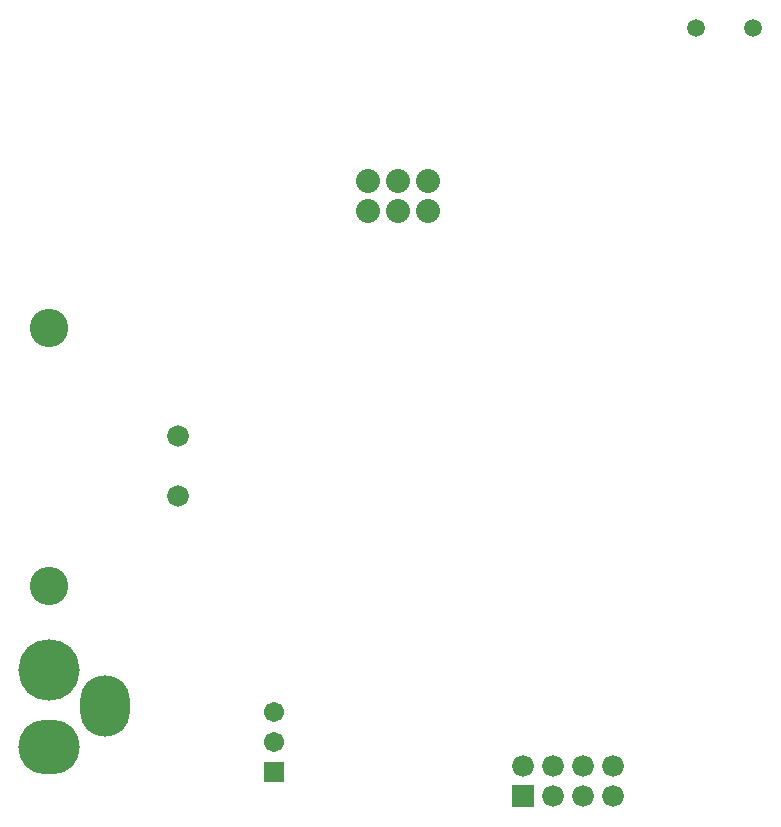
<source format=gbs>
G04*
G04 #@! TF.GenerationSoftware,Altium Limited,Altium Designer,19.1.8 (144)*
G04*
G04 Layer_Color=16711935*
%FSLAX25Y25*%
%MOIN*%
G70*
G01*
G75*
%ADD36O,0.07200X0.07300*%
%ADD37R,0.07200X0.07300*%
%ADD38C,0.08000*%
%ADD39C,0.05950*%
%ADD40R,0.06737X0.06737*%
%ADD41C,0.06737*%
%ADD42O,0.20485X0.18300*%
%ADD43O,0.16548X0.20485*%
%ADD44C,0.20485*%
%ADD45C,0.12800*%
%ADD46C,0.07200*%
D36*
X218000Y33000D02*
D03*
X208000D02*
D03*
X198000D02*
D03*
X188000D02*
D03*
X218000Y23000D02*
D03*
X208000D02*
D03*
X198000D02*
D03*
D37*
X188000D02*
D03*
D38*
X136110Y218000D02*
D03*
Y228000D02*
D03*
X146110Y218000D02*
D03*
Y228000D02*
D03*
X156110Y218000D02*
D03*
Y228000D02*
D03*
D39*
X245504Y279000D02*
D03*
X264717D02*
D03*
D40*
X105000Y31000D02*
D03*
D41*
Y41000D02*
D03*
Y51000D02*
D03*
D42*
X30000Y39409D02*
D03*
D43*
X48504Y53189D02*
D03*
D44*
X30000Y65000D02*
D03*
D45*
Y93000D02*
D03*
Y179000D02*
D03*
D46*
X73000Y123000D02*
D03*
Y143000D02*
D03*
M02*

</source>
